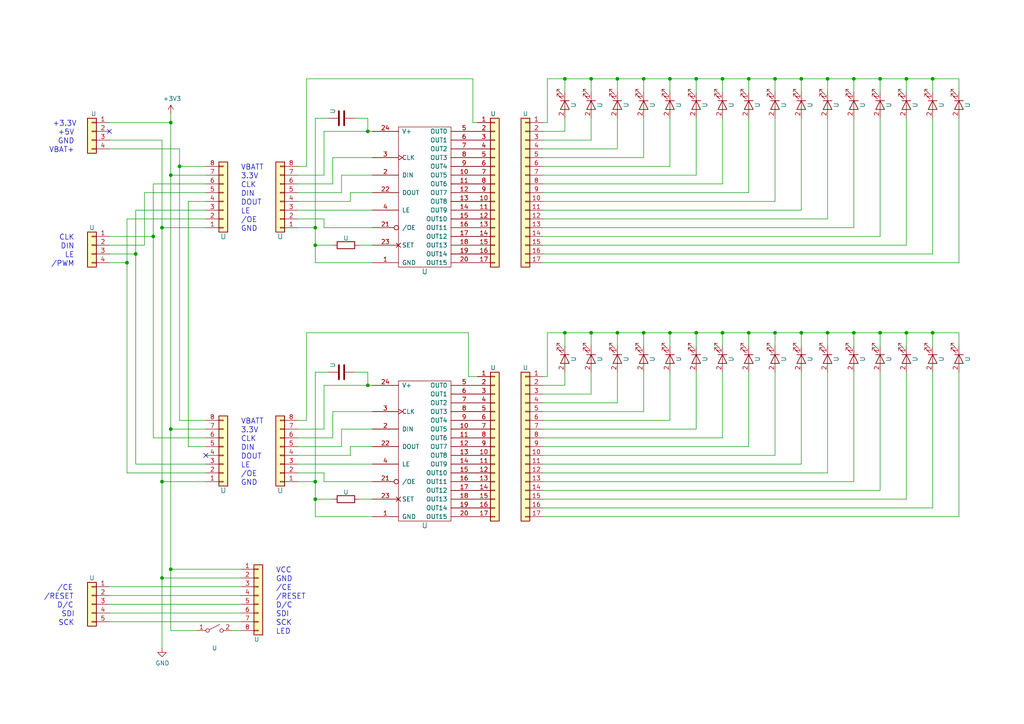
<source format=kicad_sch>
(kicad_sch (version 20220404) (generator eeschema)
  (paper "A4")
  (title_block (title "Multiswitch status LEDs") (date "2020-04-15"))
  (lib_symbols
    (symbol "MAX6969:MAX6969" (pin_names (offset 1.016))
      (property "Reference" "U" (at 0 -21.59 0))
      (property "Value" "MAX6969" (at 0 21.59 0))
      (symbol "MAX6969_0_1"
        (rectangle (start -7.62 20.32) (end 7.62 -20.32))
      )
      (symbol "MAX6969_1_1"
        (pin power_out line (at -15.24 -19.05 0) (length 7.62) (name "GND") (number "1"))
        (pin open_collector line (at 15.24 6.35 180) (length 7.62) (name "OUT5") (number "10"))
        (pin open_collector line (at 15.24 3.81 180) (length 7.62) (name "OUT6") (number "11"))
        (pin open_collector line (at 15.24 1.27 180) (length 7.62) (name "OUT7") (number "12"))
        (pin open_collector line (at 15.24 -1.27 180) (length 7.62) (name "OUT8") (number "13"))
        (pin open_collector line (at 15.24 -3.81 180) (length 7.62) (name "OUT9") (number "14"))
        (pin open_collector line (at 15.24 -6.35 180) (length 7.62) (name "OUT10") (number "15"))
        (pin open_collector line (at 15.24 -8.89 180) (length 7.62) (name "OUT11") (number "16"))
        (pin open_collector line (at 15.24 -11.43 180) (length 7.62) (name "OUT12") (number "17"))
        (pin open_collector line (at 15.24 -13.97 180) (length 7.62) (name "OUT13") (number "18"))
        (pin open_collector line (at 15.24 -16.51 180) (length 7.62) (name "OUT14") (number "19"))
        (pin input line (at -15.24 6.35 0) (length 7.62) (name "DIN") (number "2"))
        (pin open_collector line (at 15.24 -19.05 180) (length 7.62) (name "OUT15") (number "20"))
        (pin input inverted (at -15.24 -8.89 0) (length 7.62) (name "/OE") (number "21"))
        (pin output line (at -15.24 1.27 0) (length 7.62) (name "DOUT") (number "22"))
        (pin passive non_logic (at -15.24 -13.97 0) (length 7.62) (name "SET") (number "23"))
        (pin power_out line (at -15.24 19.05 0) (length 7.62) (name "V+") (number "24"))
        (pin input clock (at -15.24 11.43 0) (length 7.62) (name "CLK") (number "3"))
        (pin input line (at -15.24 -3.81 0) (length 7.62) (name "LE") (number "4"))
        (pin open_collector line (at 15.24 19.05 180) (length 7.62) (name "OUT0") (number "5"))
        (pin open_collector line (at 15.24 16.51 180) (length 7.62) (name "OUT1") (number "6"))
        (pin open_collector line (at 15.24 13.97 180) (length 7.62) (name "OUT2") (number "7"))
        (pin open_collector line (at 15.24 11.43 180) (length 7.62) (name "OUT3") (number "8"))
        (pin open_collector line (at 15.24 8.89 180) (length 7.62) (name "OUT4") (number "9"))
      )
    )
    (symbol "RCTX-rescue:+3.3V-power" (power) (pin_names (offset 0))
      (property "Value" "+3.3V-power" (at 0 3.556 0))
      (symbol "+3.3V-power_0_1"
        (polyline (pts (xy -0.762 1.27) (xy 0 2.54)))
        (polyline (pts (xy 0 0) (xy 0 2.54)))
        (polyline (pts (xy 0 2.54) (xy 0.762 1.27)))
      )
      (symbol "+3.3V-power_1_1"
        (pin power_in line (at 0 0 90) (length 0) hide (name "+3V3") (number "1"))
      )
    )
    (symbol "RCTX-rescue:C-device" (pin_numbers hide) (pin_names (offset 0.254))
      (property "Reference" "C" (at 0.635 2.54 0))
      (property "Value" "C-device" (at 0.635 -2.54 0))
      (symbol "C-device_0_1"
        (polyline (pts (xy -2.032 -0.762) (xy 2.032 -0.762)) (stroke (width 0.508)))
        (polyline (pts (xy -2.032 0.762) (xy 2.032 0.762)) (stroke (width 0.508)))
      )
      (symbol "C-device_1_1"
        (pin passive line (at 0 3.81 270) (length 2.794) (name "~") (number "1"))
        (pin passive line (at 0 -3.81 90) (length 2.794) (name "~") (number "2"))
      )
    )
    (symbol "RCTX-rescue:Conn_01x04-conn" (pin_names (offset 1.016) hide)
      (property "Reference" "J" (at 0 5.08 0))
      (property "Value" "Conn_01x04-conn" (at 0 -7.62 0))
      (symbol "Conn_01x04-conn_1_1"
        (rectangle (start -1.27 -4.953) (end 0 -5.207) (stroke (width 0.1524)))
        (rectangle (start -1.27 -2.413) (end 0 -2.667) (stroke (width 0.1524)))
        (rectangle (start -1.27 0.127) (end 0 -0.127) (stroke (width 0.1524)))
        (rectangle (start -1.27 2.667) (end 0 2.413) (stroke (width 0.1524)))
        (rectangle (start -1.27 3.81) (end 1.27 -6.35) (stroke (width 0.254)) (fill (type background)))
        (pin passive line (at -5.08 2.54 0) (length 3.81) (name "Pin_1") (number "1"))
        (pin passive line (at -5.08 0 0) (length 3.81) (name "Pin_2") (number "2"))
        (pin passive line (at -5.08 -2.54 0) (length 3.81) (name "Pin_3") (number "3"))
        (pin passive line (at -5.08 -5.08 0) (length 3.81) (name "Pin_4") (number "4"))
      )
    )
    (symbol "RCTX-rescue:Conn_01x05-conn" (pin_names (offset 1.016) hide)
      (property "Reference" "J" (at 0 7.62 0))
      (property "Value" "Conn_01x05-conn" (at 0 -7.62 0))
      (symbol "Conn_01x05-conn_1_1"
        (rectangle (start -1.27 -4.953) (end 0 -5.207) (stroke (width 0.1524)))
        (rectangle (start -1.27 -2.413) (end 0 -2.667) (stroke (width 0.1524)))
        (rectangle (start -1.27 0.127) (end 0 -0.127) (stroke (width 0.1524)))
        (rectangle (start -1.27 2.667) (end 0 2.413) (stroke (width 0.1524)))
        (rectangle (start -1.27 5.207) (end 0 4.953) (stroke (width 0.1524)))
        (rectangle (start -1.27 6.35) (end 1.27 -6.35) (stroke (width 0.254)) (fill (type background)))
        (pin passive line (at -5.08 5.08 0) (length 3.81) (name "Pin_1") (number "1"))
        (pin passive line (at -5.08 2.54 0) (length 3.81) (name "Pin_2") (number "2"))
        (pin passive line (at -5.08 0 0) (length 3.81) (name "Pin_3") (number "3"))
        (pin passive line (at -5.08 -2.54 0) (length 3.81) (name "Pin_4") (number "4"))
        (pin passive line (at -5.08 -5.08 0) (length 3.81) (name "Pin_5") (number "5"))
      )
    )
    (symbol "RCTX-rescue:Conn_01x08-conn" (pin_names (offset 1.016) hide)
      (property "Reference" "J" (at 0 10.16 0))
      (property "Value" "Conn_01x08-conn" (at 0 -12.7 0))
      (symbol "Conn_01x08-conn_1_1"
        (rectangle (start -1.27 -10.033) (end 0 -10.287) (stroke (width 0.1524)))
        (rectangle (start -1.27 -7.493) (end 0 -7.747) (stroke (width 0.1524)))
        (rectangle (start -1.27 -4.953) (end 0 -5.207) (stroke (width 0.1524)))
        (rectangle (start -1.27 -2.413) (end 0 -2.667) (stroke (width 0.1524)))
        (rectangle (start -1.27 0.127) (end 0 -0.127) (stroke (width 0.1524)))
        (rectangle (start -1.27 2.667) (end 0 2.413) (stroke (width 0.1524)))
        (rectangle (start -1.27 5.207) (end 0 4.953) (stroke (width 0.1524)))
        (rectangle (start -1.27 7.747) (end 0 7.493) (stroke (width 0.1524)))
        (rectangle (start -1.27 8.89) (end 1.27 -11.43) (stroke (width 0.254)) (fill (type background)))
        (pin passive line (at -5.08 7.62 0) (length 3.81) (name "Pin_1") (number "1"))
        (pin passive line (at -5.08 5.08 0) (length 3.81) (name "Pin_2") (number "2"))
        (pin passive line (at -5.08 2.54 0) (length 3.81) (name "Pin_3") (number "3"))
        (pin passive line (at -5.08 0 0) (length 3.81) (name "Pin_4") (number "4"))
        (pin passive line (at -5.08 -2.54 0) (length 3.81) (name "Pin_5") (number "5"))
        (pin passive line (at -5.08 -5.08 0) (length 3.81) (name "Pin_6") (number "6"))
        (pin passive line (at -5.08 -7.62 0) (length 3.81) (name "Pin_7") (number "7"))
        (pin passive line (at -5.08 -10.16 0) (length 3.81) (name "Pin_8") (number "8"))
      )
    )
    (symbol "RCTX-rescue:Conn_01x17-conn" (pin_names (offset 1.016) hide)
      (property "Reference" "J" (at 0 22.86 0))
      (property "Value" "Conn_01x17-conn" (at 0 -22.86 0))
      (symbol "Conn_01x17-conn_1_1"
        (rectangle (start -1.27 -20.193) (end 0 -20.447) (stroke (width 0.1524)))
        (rectangle (start -1.27 -17.653) (end 0 -17.907) (stroke (width 0.1524)))
        (rectangle (start -1.27 -15.113) (end 0 -15.367) (stroke (width 0.1524)))
        (rectangle (start -1.27 -12.573) (end 0 -12.827) (stroke (width 0.1524)))
        (rectangle (start -1.27 -10.033) (end 0 -10.287) (stroke (width 0.1524)))
        (rectangle (start -1.27 -7.493) (end 0 -7.747) (stroke (width 0.1524)))
        (rectangle (start -1.27 -4.953) (end 0 -5.207) (stroke (width 0.1524)))
        (rectangle (start -1.27 -2.413) (end 0 -2.667) (stroke (width 0.1524)))
        (rectangle (start -1.27 0.127) (end 0 -0.127) (stroke (width 0.1524)))
        (rectangle (start -1.27 2.667) (end 0 2.413) (stroke (width 0.1524)))
        (rectangle (start -1.27 5.207) (end 0 4.953) (stroke (width 0.1524)))
        (rectangle (start -1.27 7.747) (end 0 7.493) (stroke (width 0.1524)))
        (rectangle (start -1.27 10.287) (end 0 10.033) (stroke (width 0.1524)))
        (rectangle (start -1.27 12.827) (end 0 12.573) (stroke (width 0.1524)))
        (rectangle (start -1.27 15.367) (end 0 15.113) (stroke (width 0.1524)))
        (rectangle (start -1.27 17.907) (end 0 17.653) (stroke (width 0.1524)))
        (rectangle (start -1.27 20.447) (end 0 20.193) (stroke (width 0.1524)))
        (rectangle (start -1.27 21.59) (end 1.27 -21.59) (stroke (width 0.254)) (fill (type background)))
        (pin passive line (at -5.08 20.32 0) (length 3.81) (name "Pin_1") (number "1"))
        (pin passive line (at -5.08 -2.54 0) (length 3.81) (name "Pin_10") (number "10"))
        (pin passive line (at -5.08 -5.08 0) (length 3.81) (name "Pin_11") (number "11"))
        (pin passive line (at -5.08 -7.62 0) (length 3.81) (name "Pin_12") (number "12"))
        (pin passive line (at -5.08 -10.16 0) (length 3.81) (name "Pin_13") (number "13"))
        (pin passive line (at -5.08 -12.7 0) (length 3.81) (name "Pin_14") (number "14"))
        (pin passive line (at -5.08 -15.24 0) (length 3.81) (name "Pin_15") (number "15"))
        (pin passive line (at -5.08 -17.78 0) (length 3.81) (name "Pin_16") (number "16"))
        (pin passive line (at -5.08 -20.32 0) (length 3.81) (name "Pin_17") (number "17"))
        (pin passive line (at -5.08 17.78 0) (length 3.81) (name "Pin_2") (number "2"))
        (pin passive line (at -5.08 15.24 0) (length 3.81) (name "Pin_3") (number "3"))
        (pin passive line (at -5.08 12.7 0) (length 3.81) (name "Pin_4") (number "4"))
        (pin passive line (at -5.08 10.16 0) (length 3.81) (name "Pin_5") (number "5"))
        (pin passive line (at -5.08 7.62 0) (length 3.81) (name "Pin_6") (number "6"))
        (pin passive line (at -5.08 5.08 0) (length 3.81) (name "Pin_7") (number "7"))
        (pin passive line (at -5.08 2.54 0) (length 3.81) (name "Pin_8") (number "8"))
        (pin passive line (at -5.08 0 0) (length 3.81) (name "Pin_9") (number "9"))
      )
    )
    (symbol "RCTX-rescue:GND-power" (power) (pin_names (offset 0))
      (property "Value" "GND-power" (at 0 -3.81 0))
      (symbol "GND-power_0_1"
        (polyline (pts (xy 0 0) (xy 0 -1.27) (xy 1.27 -1.27) (xy 0 -2.54) (xy -1.27 -1.27) (xy 0 -1.27)))
      )
      (symbol "GND-power_1_1"
        (pin power_in line (at 0 0 270) (length 0) hide (name "GND") (number "1"))
      )
    )
    (symbol "RCTX-rescue:LED-device" (pin_names (offset 1.016) hide)
      (property "Reference" "D" (at 0 2.54 0))
      (property "Value" "LED-device" (at 0 -2.54 0))
      (symbol "LED-device_0_1"
        (polyline (pts (xy -1.27 -1.27) (xy -1.27 1.27)) (stroke (width 0.2032)))
        (polyline (pts (xy -1.27 0) (xy 1.27 0)))
        (polyline (pts (xy 1.27 -1.27) (xy 1.27 1.27) (xy -1.27 0) (xy 1.27 -1.27)) (stroke (width 0.2032)))
        (polyline (pts (xy -3.048 -0.762) (xy -4.572 -2.286) (xy -3.81 -2.286) (xy -4.572 -2.286) (xy -4.572 -1.524)))
        (polyline (pts (xy -1.778 -0.762) (xy -3.302 -2.286) (xy -2.54 -2.286) (xy -3.302 -2.286) (xy -3.302 -1.524)))
      )
      (symbol "LED-device_1_1"
        (pin passive line (at -3.81 0 0) (length 2.54) (name "K") (number "1"))
        (pin passive line (at 3.81 0 180) (length 2.54) (name "A") (number "2"))
      )
    )
    (symbol "RCTX-rescue:R-device" (pin_numbers hide) (pin_names (offset 0))
      (property "Reference" "R" (at 2.032 0 90))
      (property "Value" "R-device" (at 0 0 90))
      (symbol "R-device_0_1"
        (rectangle (start -1.016 -2.54) (end 1.016 2.54) (stroke (width 0.254)))
      )
      (symbol "R-device_1_1"
        (pin passive line (at 0 3.81 270) (length 1.27) (name "~") (number "1"))
        (pin passive line (at 0 -3.81 90) (length 1.27) (name "~") (number "2"))
      )
    )
    (symbol "RCTX-rescue:SW_SPST-switches" (pin_names (offset 0) hide)
      (property "Reference" "SW" (at 0 3.175 0))
      (property "Value" "SW_SPST-switches" (at 0 -2.54 0))
      (symbol "SW_SPST-switches_0_0"
        (circle (center -2.032 0) (radius 0.508))
        (polyline (pts (xy -1.524 0.254) (xy 1.524 1.778)))
        (circle (center 2.032 0) (radius 0.508))
      )
      (symbol "SW_SPST-switches_1_1"
        (pin passive line (at -5.08 0 0) (length 2.54) (name "A") (number "1"))
        (pin passive line (at 5.08 0 180) (length 2.54) (name "B") (number "2"))
      )
    )
  )
  (junction (at 91.44 139.7))
  (junction (at 232.41 96.52))
  (junction (at 217.17 22.86))
  (junction (at 52.07 48.26))
  (junction (at 49.53 165.1))
  (junction (at 171.45 22.86))
  (junction (at 194.31 22.86))
  (junction (at 186.69 96.52))
  (junction (at 39.37 73.66))
  (junction (at 49.53 124.46))
  (junction (at 247.65 96.52))
  (junction (at 247.65 22.86))
  (junction (at 224.79 22.86))
  (junction (at 46.99 139.7))
  (junction (at 201.93 96.52))
  (junction (at 232.41 22.86))
  (junction (at 49.53 50.8))
  (junction (at 163.83 22.86))
  (junction (at 46.99 66.04))
  (junction (at 255.27 22.86))
  (junction (at 240.03 22.86))
  (junction (at 262.89 22.86))
  (junction (at 106.68 38.1))
  (junction (at 163.83 96.52))
  (junction (at 217.17 96.52))
  (junction (at 91.44 66.04))
  (junction (at 201.93 22.86))
  (junction (at 46.99 167.64))
  (junction (at 171.45 96.52))
  (junction (at 49.53 35.56))
  (junction (at 179.07 96.52))
  (junction (at 224.79 96.52))
  (junction (at 270.51 96.52))
  (junction (at 91.44 144.78))
  (junction (at 262.89 96.52))
  (junction (at 209.55 22.86))
  (junction (at 44.45 68.58))
  (junction (at 194.31 96.52))
  (junction (at 186.69 22.86))
  (junction (at 179.07 22.86))
  (junction (at 270.51 22.86))
  (junction (at 36.83 76.2))
  (junction (at 91.44 71.12))
  (junction (at 255.27 96.52))
  (junction (at 106.68 111.76))
  (junction (at 240.03 96.52))
  (junction (at 209.55 96.52))
  (no_connect (at 59.69 132.08))
  (no_connect (at 31.75 38.1))
  (wire (pts (xy 104.14 144.78) (xy 107.95 144.78)))
  (wire (pts (xy 93.98 137.16) (xy 86.36 137.16)))
  (wire (pts (xy 93.98 137.16) (xy 93.98 139.7)))
  (wire (pts (xy 270.51 147.32) (xy 157.48 147.32)))
  (wire (pts (xy 91.44 149.86) (xy 91.44 144.78)))
  (wire (pts (xy 217.17 96.52) (xy 224.79 96.52)))
  (wire (pts (xy 255.27 96.52) (xy 255.27 100.33)))
  (wire (pts (xy 217.17 22.86) (xy 224.79 22.86)))
  (wire (pts (xy 270.51 73.66) (xy 270.51 34.29)))
  (wire (pts (xy 86.36 60.96) (xy 107.95 60.96)))
  (wire (pts (xy 217.17 96.52) (xy 217.17 100.33)))
  (wire (pts (xy 88.9 96.52) (xy 135.89 96.52)))
  (wire (pts (xy 91.44 107.95) (xy 95.25 107.95)))
  (wire (pts (xy 240.03 96.52) (xy 240.03 100.33)))
  (wire (pts (xy 179.07 116.84) (xy 157.48 116.84)))
  (wire (pts (xy 49.53 50.8) (xy 49.53 35.56)))
  (wire (pts (xy 171.45 96.52) (xy 179.07 96.52)))
  (wire (pts (xy 247.65 22.86) (xy 247.65 26.67)))
  (wire (pts (xy 247.65 96.52) (xy 247.65 100.33)))
  (wire (pts (xy 102.87 34.29) (xy 106.68 34.29)))
  (wire (pts (xy 255.27 68.58) (xy 255.27 34.29)))
  (wire (pts (xy 104.14 71.12) (xy 107.95 71.12)))
  (wire (pts (xy 96.52 127) (xy 96.52 119.38)))
  (wire (pts (xy 217.17 34.29) (xy 217.17 55.88)))
  (wire (pts (xy 86.36 124.46) (xy 93.98 124.46)))
  (wire (pts (xy 52.07 48.26) (xy 52.07 43.18)))
  (wire (pts (xy 278.13 22.86) (xy 278.13 26.67)))
  (wire (pts (xy 59.69 58.42) (xy 54.61 58.42)))
  (wire (pts (xy 88.9 121.92) (xy 86.36 121.92)))
  (wire (pts (xy 96.52 53.34) (xy 96.52 45.72)))
  (wire (pts (xy 157.48 38.1) (xy 163.83 38.1)))
  (wire (pts (xy 99.06 55.88) (xy 86.36 55.88)))
  (wire (pts (xy 201.93 124.46) (xy 201.93 107.95)))
  (wire (pts (xy 157.48 129.54) (xy 217.17 129.54)))
  (wire (pts (xy 31.75 172.72) (xy 69.85 172.72)))
  (wire (pts (xy 99.06 55.88) (xy 99.06 50.8)))
  (wire (pts (xy 171.45 96.52) (xy 171.45 100.33)))
  (wire (pts (xy 157.48 119.38) (xy 186.69 119.38)))
  (wire (pts (xy 179.07 96.52) (xy 186.69 96.52)))
  (wire (pts (xy 39.37 134.62) (xy 59.69 134.62)))
  (wire (pts (xy 209.55 53.34) (xy 209.55 34.29)))
  (wire (pts (xy 255.27 22.86) (xy 262.89 22.86)))
  (wire (pts (xy 86.36 63.5) (xy 93.98 63.5)))
  (wire (pts (xy 52.07 121.92) (xy 52.07 48.26)))
  (wire (pts (xy 217.17 55.88) (xy 157.48 55.88)))
  (wire (pts (xy 278.13 149.86) (xy 278.13 107.95)))
  (wire (pts (xy 186.69 45.72) (xy 157.48 45.72)))
  (wire (pts (xy 163.83 100.33) (xy 163.83 96.52)))
  (wire (pts (xy 163.83 107.95) (xy 163.83 111.76)))
  (wire (pts (xy 201.93 96.52) (xy 201.93 100.33)))
  (wire (pts (xy 59.69 129.54) (xy 54.61 129.54)))
  (wire (pts (xy 157.48 124.46) (xy 201.93 124.46)))
  (wire (pts (xy 224.79 107.95) (xy 224.79 132.08)))
  (wire (pts (xy 59.69 53.34) (xy 44.45 53.34)))
  (wire (pts (xy 158.75 96.52) (xy 163.83 96.52)))
  (wire (pts (xy 240.03 63.5) (xy 240.03 34.29)))
  (wire (pts (xy 91.44 66.04) (xy 91.44 71.12)))
  (wire (pts (xy 46.99 66.04) (xy 46.99 40.64)))
  (wire (pts (xy 255.27 22.86) (xy 255.27 26.67)))
  (wire (pts (xy 57.15 182.88) (xy 49.53 182.88)))
  (wire (pts (xy 59.69 63.5) (xy 36.83 63.5)))
  (wire (pts (xy 86.36 129.54) (xy 99.06 129.54)))
  (wire (pts (xy 179.07 43.18) (xy 179.07 34.29)))
  (wire (pts (xy 255.27 96.52) (xy 262.89 96.52)))
  (wire (pts (xy 31.75 180.34) (xy 69.85 180.34)))
  (wire (pts (xy 107.95 55.88) (xy 101.6 55.88)))
  (wire (pts (xy 157.48 68.58) (xy 255.27 68.58)))
  (wire (pts (xy 86.36 66.04) (xy 91.44 66.04)))
  (wire (pts (xy 52.07 43.18) (xy 31.75 43.18)))
  (wire (pts (xy 46.99 167.64) (xy 69.85 167.64)))
  (wire (pts (xy 209.55 22.86) (xy 217.17 22.86)))
  (wire (pts (xy 36.83 63.5) (xy 36.83 76.2)))
  (wire (pts (xy 157.48 134.62) (xy 232.41 134.62)))
  (wire (pts (xy 39.37 73.66) (xy 39.37 134.62)))
  (wire (pts (xy 86.36 48.26) (xy 88.9 48.26)))
  (wire (pts (xy 240.03 107.95) (xy 240.03 137.16)))
  (wire (pts (xy 224.79 96.52) (xy 232.41 96.52)))
  (wire (pts (xy 137.16 22.86) (xy 137.16 35.56)))
  (wire (pts (xy 93.98 139.7) (xy 107.95 139.7)))
  (wire (pts (xy 157.48 139.7) (xy 247.65 139.7)))
  (wire (pts (xy 232.41 22.86) (xy 232.41 26.67)))
  (wire (pts (xy 163.83 96.52) (xy 171.45 96.52)))
  (wire (pts (xy 240.03 96.52) (xy 247.65 96.52)))
  (wire (pts (xy 49.53 124.46) (xy 59.69 124.46)))
  (wire (pts (xy 93.98 63.5) (xy 93.98 66.04)))
  (wire (pts (xy 201.93 50.8) (xy 157.48 50.8)))
  (wire (pts (xy 209.55 96.52) (xy 217.17 96.52)))
  (wire (pts (xy 39.37 60.96) (xy 59.69 60.96)))
  (wire (pts (xy 106.68 107.95) (xy 102.87 107.95)))
  (wire (pts (xy 93.98 50.8) (xy 86.36 50.8)))
  (wire (pts (xy 278.13 96.52) (xy 278.13 100.33)))
  (wire (pts (xy 270.51 22.86) (xy 270.51 26.67)))
  (wire (pts (xy 240.03 22.86) (xy 247.65 22.86)))
  (wire (pts (xy 157.48 53.34) (xy 209.55 53.34)))
  (wire (pts (xy 91.44 144.78) (xy 96.52 144.78)))
  (wire (pts (xy 209.55 107.95) (xy 209.55 127)))
  (wire (pts (xy 49.53 33.02) (xy 49.53 35.56)))
  (wire (pts (xy 201.93 34.29) (xy 201.93 50.8)))
  (wire (pts (xy 171.45 22.86) (xy 179.07 22.86)))
  (wire (pts (xy 194.31 48.26) (xy 194.31 34.29)))
  (wire (pts (xy 194.31 121.92) (xy 157.48 121.92)))
  (wire (pts (xy 158.75 109.22) (xy 158.75 96.52)))
  (wire (pts (xy 270.51 107.95) (xy 270.51 147.32)))
  (wire (pts (xy 46.99 139.7) (xy 59.69 139.7)))
  (wire (pts (xy 240.03 137.16) (xy 157.48 137.16)))
  (wire (pts (xy 217.17 22.86) (xy 217.17 26.67)))
  (wire (pts (xy 232.41 96.52) (xy 240.03 96.52)))
  (wire (pts (xy 157.48 43.18) (xy 179.07 43.18)))
  (wire (pts (xy 91.44 34.29) (xy 91.44 66.04)))
  (wire (pts (xy 201.93 22.86) (xy 201.93 26.67)))
  (wire (pts (xy 54.61 129.54) (xy 54.61 58.42)))
  (wire (pts (xy 31.75 73.66) (xy 39.37 73.66)))
  (wire (pts (xy 255.27 107.95) (xy 255.27 142.24)))
  (wire (pts (xy 59.69 121.92) (xy 52.07 121.92)))
  (wire (pts (xy 31.75 170.18) (xy 69.85 170.18)))
  (wire (pts (xy 59.69 55.88) (xy 41.91 55.88)))
  (wire (pts (xy 135.89 109.22) (xy 138.43 109.22)))
  (wire (pts (xy 247.65 139.7) (xy 247.65 107.95)))
  (wire (pts (xy 106.68 111.76) (xy 93.98 111.76)))
  (wire (pts (xy 262.89 71.12) (xy 157.48 71.12)))
  (wire (pts (xy 247.65 66.04) (xy 157.48 66.04)))
  (wire (pts (xy 157.48 63.5) (xy 240.03 63.5)))
  (wire (pts (xy 232.41 22.86) (xy 240.03 22.86)))
  (wire (pts (xy 247.65 96.52) (xy 255.27 96.52)))
  (wire (pts (xy 158.75 22.86) (xy 163.83 22.86)))
  (wire (pts (xy 224.79 96.52) (xy 224.79 100.33)))
  (wire (pts (xy 93.98 50.8) (xy 93.98 38.1)))
  (wire (pts (xy 224.79 22.86) (xy 224.79 26.67)))
  (wire (pts (xy 44.45 53.34) (xy 44.45 68.58)))
  (wire (pts (xy 255.27 142.24) (xy 157.48 142.24)))
  (wire (pts (xy 278.13 34.29) (xy 278.13 76.2)))
  (wire (pts (xy 69.85 182.88) (xy 67.31 182.88)))
  (wire (pts (xy 163.83 38.1) (xy 163.83 34.29)))
  (wire (pts (xy 157.48 109.22) (xy 158.75 109.22)))
  (wire (pts (xy 270.51 22.86) (xy 278.13 22.86)))
  (wire (pts (xy 93.98 38.1) (xy 106.68 38.1)))
  (wire (pts (xy 99.06 129.54) (xy 99.06 124.46)))
  (wire (pts (xy 106.68 34.29) (xy 106.68 38.1)))
  (wire (pts (xy 171.45 22.86) (xy 171.45 26.67)))
  (wire (pts (xy 59.69 48.26) (xy 52.07 48.26)))
  (wire (pts (xy 186.69 22.86) (xy 186.69 26.67)))
  (wire (pts (xy 171.45 40.64) (xy 157.48 40.64)))
  (wire (pts (xy 270.51 96.52) (xy 278.13 96.52)))
  (wire (pts (xy 101.6 58.42) (xy 101.6 55.88)))
  (wire (pts (xy 194.31 22.86) (xy 201.93 22.86)))
  (wire (pts (xy 41.91 71.12) (xy 31.75 71.12)))
  (wire (pts (xy 31.75 76.2) (xy 36.83 76.2)))
  (wire (pts (xy 91.44 139.7) (xy 86.36 139.7)))
  (wire (pts (xy 157.48 149.86) (xy 278.13 149.86)))
  (wire (pts (xy 262.89 96.52) (xy 262.89 100.33)))
  (wire (pts (xy 46.99 167.64) (xy 46.99 187.96)))
  (wire (pts (xy 157.48 73.66) (xy 270.51 73.66)))
  (wire (pts (xy 247.65 34.29) (xy 247.65 66.04)))
  (wire (pts (xy 88.9 22.86) (xy 137.16 22.86)))
  (wire (pts (xy 232.41 134.62) (xy 232.41 107.95)))
  (wire (pts (xy 201.93 96.52) (xy 209.55 96.52)))
  (wire (pts (xy 224.79 132.08) (xy 157.48 132.08)))
  (wire (pts (xy 201.93 22.86) (xy 209.55 22.86)))
  (wire (pts (xy 88.9 121.92) (xy 88.9 96.52)))
  (wire (pts (xy 194.31 22.86) (xy 194.31 26.67)))
  (wire (pts (xy 217.17 129.54) (xy 217.17 107.95)))
  (wire (pts (xy 31.75 68.58) (xy 44.45 68.58)))
  (wire (pts (xy 179.07 22.86) (xy 179.07 26.67)))
  (wire (pts (xy 163.83 26.67) (xy 163.83 22.86)))
  (wire (pts (xy 270.51 96.52) (xy 270.51 100.33)))
  (wire (pts (xy 39.37 60.96) (xy 39.37 73.66)))
  (wire (pts (xy 46.99 66.04) (xy 59.69 66.04)))
  (wire (pts (xy 49.53 50.8) (xy 49.53 124.46)))
  (wire (pts (xy 46.99 139.7) (xy 46.99 167.64)))
  (wire (pts (xy 36.83 137.16) (xy 59.69 137.16)))
  (wire (pts (xy 93.98 124.46) (xy 93.98 111.76)))
  (wire (pts (xy 99.06 50.8) (xy 107.95 50.8)))
  (wire (pts (xy 262.89 34.29) (xy 262.89 71.12)))
  (wire (pts (xy 46.99 66.04) (xy 46.99 139.7)))
  (wire (pts (xy 209.55 96.52) (xy 209.55 100.33)))
  (wire (pts (xy 96.52 71.12) (xy 91.44 71.12)))
  (wire (pts (xy 186.69 119.38) (xy 186.69 107.95)))
  (wire (pts (xy 46.99 40.64) (xy 31.75 40.64)))
  (wire (pts (xy 49.53 50.8) (xy 59.69 50.8)))
  (wire (pts (xy 171.45 114.3) (xy 171.45 107.95)))
  (wire (pts (xy 59.69 127) (xy 44.45 127)))
  (wire (pts (xy 163.83 22.86) (xy 171.45 22.86)))
  (wire (pts (xy 171.45 34.29) (xy 171.45 40.64)))
  (wire (pts (xy 209.55 127) (xy 157.48 127)))
  (wire (pts (xy 224.79 22.86) (xy 232.41 22.86)))
  (wire (pts (xy 86.36 134.62) (xy 107.95 134.62)))
  (wire (pts (xy 101.6 132.08) (xy 101.6 129.54)))
  (wire (pts (xy 49.53 165.1) (xy 69.85 165.1)))
  (wire (pts (xy 41.91 55.88) (xy 41.91 71.12)))
  (wire (pts (xy 49.53 165.1) (xy 49.53 124.46)))
  (wire (pts (xy 158.75 35.56) (xy 158.75 22.86)))
  (wire (pts (xy 86.36 53.34) (xy 96.52 53.34)))
  (wire (pts (xy 107.95 124.46) (xy 99.06 124.46)))
  (wire (pts (xy 44.45 68.58) (xy 44.45 127)))
  (wire (pts (xy 232.41 34.29) (xy 232.41 60.96)))
  (wire (pts (xy 240.03 22.86) (xy 240.03 26.67)))
  (wire (pts (xy 107.95 66.04) (xy 93.98 66.04)))
  (wire (pts (xy 179.07 107.95) (xy 179.07 116.84)))
  (wire (pts (xy 91.44 71.12) (xy 91.44 76.2)))
  (wire (pts (xy 209.55 22.86) (xy 209.55 26.67)))
  (wire (pts (xy 247.65 22.86) (xy 255.27 22.86)))
  (wire (pts (xy 107.95 111.76) (xy 106.68 111.76)))
  (wire (pts (xy 86.36 58.42) (xy 101.6 58.42)))
  (wire (pts (xy 106.68 38.1) (xy 107.95 38.1)))
  (wire (pts (xy 194.31 107.95) (xy 194.31 121.92)))
  (wire (pts (xy 179.07 22.86) (xy 186.69 22.86)))
  (wire (pts (xy 107.95 149.86) (xy 91.44 149.86)))
  (wire (pts (xy 88.9 48.26) (xy 88.9 22.86)))
  (wire (pts (xy 163.83 111.76) (xy 157.48 111.76)))
  (wire (pts (xy 186.69 96.52) (xy 186.69 100.33)))
  (wire (pts (xy 262.89 144.78) (xy 262.89 107.95)))
  (wire (pts (xy 107.95 45.72) (xy 96.52 45.72)))
  (wire (pts (xy 232.41 96.52) (xy 232.41 100.33)))
  (wire (pts (xy 31.75 175.26) (xy 69.85 175.26)))
  (wire (pts (xy 262.89 22.86) (xy 262.89 26.67)))
  (wire (pts (xy 179.07 96.52) (xy 179.07 100.33)))
  (wire (pts (xy 96.52 127) (xy 86.36 127)))
  (wire (pts (xy 101.6 129.54) (xy 107.95 129.54)))
  (wire (pts (xy 186.69 22.86) (xy 194.31 22.86)))
  (wire (pts (xy 262.89 22.86) (xy 270.51 22.86)))
  (wire (pts (xy 186.69 34.29) (xy 186.69 45.72)))
  (wire (pts (xy 157.48 35.56) (xy 158.75 35.56)))
  (wire (pts (xy 262.89 96.52) (xy 270.51 96.52)))
  (wire (pts (xy 157.48 114.3) (xy 171.45 114.3)))
  (wire (pts (xy 157.48 48.26) (xy 194.31 48.26)))
  (wire (pts (xy 31.75 177.8) (xy 69.85 177.8)))
  (wire (pts (xy 36.83 76.2) (xy 36.83 137.16)))
  (wire (pts (xy 224.79 58.42) (xy 224.79 34.29)))
  (wire (pts (xy 186.69 96.52) (xy 194.31 96.52)))
  (wire (pts (xy 278.13 76.2) (xy 157.48 76.2)))
  (wire (pts (xy 101.6 132.08) (xy 86.36 132.08)))
  (wire (pts (xy 194.31 96.52) (xy 194.31 100.33)))
  (wire (pts (xy 91.44 34.29) (xy 95.25 34.29)))
  (wire (pts (xy 96.52 119.38) (xy 107.95 119.38)))
  (wire (pts (xy 91.44 139.7) (xy 91.44 107.95)))
  (wire (pts (xy 135.89 96.52) (xy 135.89 109.22)))
  (wire (pts (xy 49.53 182.88) (xy 49.53 165.1)))
  (wire (pts (xy 91.44 76.2) (xy 107.95 76.2)))
  (wire (pts (xy 137.16 35.56) (xy 138.43 35.56)))
  (wire (pts (xy 91.44 144.78) (xy 91.44 139.7)))
  (wire (pts (xy 157.48 58.42) (xy 224.79 58.42)))
  (wire (pts (xy 157.48 144.78) (xy 262.89 144.78)))
  (wire (pts (xy 194.31 96.52) (xy 201.93 96.52)))
  (wire (pts (xy 49.53 35.56) (xy 31.75 35.56)))
  (wire (pts (xy 232.41 60.96) (xy 157.48 60.96)))
  (wire (pts (xy 106.68 111.76) (xy 106.68 107.95)))
  (text "DOUT" (at 69.85 133.35 0) (effects (font (size 1.524 1.524)) (justify left bottom)))
  (text "DIN" (at 21.59 72.39 0) (effects (font (size 1.524 1.524)) (justify right bottom)))
  (text "CLK" (at 69.85 54.61 0) (effects (font (size 1.524 1.524)) (justify left bottom)))
  (text "VBATT" (at 69.85 123.19 0) (effects (font (size 1.524 1.524)) (justify left bottom)))
  (text "SCK" (at 21.59 181.61 0) (effects (font (size 1.524 1.524)) (justify right bottom)))
  (text "SDI" (at 17.78 179.07 0) (effects (font (size 1.524 1.524)) (justify left bottom)))
  (text "LE" (at 69.85 62.23 0) (effects (font (size 1.524 1.524)) (justify left bottom)))
  (text "/RESET" (at 12.7 173.99 0) (effects (font (size 1.524 1.524)) (justify left bottom)))
  (text "LED" (at 80.01 184.15 0) (effects (font (size 1.524 1.524)) (justify left bottom)))
  (text "GND" (at 21.59 41.91 0) (effects (font (size 1.524 1.524)) (justify right bottom)))
  (text "/CE" (at 16.51 171.45 0) (effects (font (size 1.524 1.524)) (justify left bottom)))
  (text "VBATT" (at 69.85 49.53 0) (effects (font (size 1.524 1.524)) (justify left bottom)))
  (text "DIN" (at 69.85 130.81 0) (effects (font (size 1.524 1.524)) (justify left bottom)))
  (text "LE" (at 69.85 135.89 0) (effects (font (size 1.524 1.524)) (justify left bottom)))
  (text "GND" (at 80.01 168.91 0) (effects (font (size 1.524 1.524)) (justify left bottom)))
  (text "+3.3V" (at 15.24 36.83 0) (effects (font (size 1.524 1.524)) (justify left bottom)))
  (text "GND" (at 69.85 67.31 0) (effects (font (size 1.524 1.524)) (justify left bottom)))
  (text "/OE" (at 69.85 138.43 0) (effects (font (size 1.524 1.524)) (justify left bottom)))
  (text "D/C" (at 80.01 176.53 0) (effects (font (size 1.524 1.524)) (justify left bottom)))
  (text "/OE" (at 69.85 64.77 0) (effects (font (size 1.524 1.524)) (justify left bottom)))
  (text "3.3V" (at 69.85 125.73 0) (effects (font (size 1.524 1.524)) (justify left bottom)))
  (text "VBAT+" (at 21.59 44.45 0) (effects (font (size 1.524 1.524)) (justify right bottom)))
  (text "DIN" (at 69.85 57.15 0) (effects (font (size 1.524 1.524)) (justify left bottom)))
  (text "/CE" (at 80.01 171.45 0) (effects (font (size 1.524 1.524)) (justify left bottom)))
  (text "SDI" (at 80.01 179.07 0) (effects (font (size 1.524 1.524)) (justify left bottom)))
  (text "+5V" (at 21.59 39.37 0) (effects (font (size 1.524 1.524)) (justify right bottom)))
  (text "3.3V" (at 69.85 52.07 0) (effects (font (size 1.524 1.524)) (justify left bottom)))
  (text "CLK" (at 21.59 69.85 0) (effects (font (size 1.524 1.524)) (justify right bottom)))
  (text "/RESET" (at 80.01 173.99 0) (effects (font (size 1.524 1.524)) (justify left bottom)))
  (text "/PWM" (at 21.59 77.47 0) (effects (font (size 1.524 1.524)) (justify right bottom)))
  (text "GND" (at 69.85 140.97 0) (effects (font (size 1.524 1.524)) (justify left bottom)))
  (text "LE" (at 21.59 74.93 0) (effects (font (size 1.524 1.524)) (justify right bottom)))
  (text "CLK" (at 69.85 128.27 0) (effects (font (size 1.524 1.524)) (justify left bottom)))
  (text "SCK" (at 80.01 181.61 0) (effects (font (size 1.524 1.524)) (justify left bottom)))
  (text "D/C" (at 16.51 176.53 0) (effects (font (size 1.524 1.524)) (justify left bottom)))
  (text "VCC" (at 80.01 166.37 0) (effects (font (size 1.524 1.524)) (justify left bottom)))
  (text "DOUT" (at 69.85 59.69 0) (effects (font (size 1.524 1.524)) (justify left bottom)))
  (symbol (lib_id "RCTX-rescue:R-device") (at 100.33 144.78 90) (unit 1)
    (default_instance (reference "U") (unit 1) (value "") (footprint ""))
    (property "Reference" "U" (at 100.33 142.748 90))
  )
  (symbol (lib_id "MAX6969:MAX6969") (at 123.19 130.81 0) (unit 1)
    (default_instance (reference "U") (unit 1) (value "") (footprint ""))
    (property "Reference" "U" (at 123.19 152.4 0) (effects (font (size 1.524 1.524))))
  )
  (symbol (lib_id "RCTX-rescue:LED-device") (at 224.79 104.14 270) (unit 1)
    (default_instance (reference "U") (unit 1) (value "") (footprint ""))
    (property "Reference" "U" (at 227.33 104.14 0))
  )
  (symbol (lib_id "RCTX-rescue:LED-device") (at 232.41 104.14 270) (unit 1)
    (default_instance (reference "U") (unit 1) (value "") (footprint ""))
    (property "Reference" "U" (at 234.95 104.14 0))
  )
  (symbol (lib_id "RCTX-rescue:LED-device") (at 240.03 104.14 270) (unit 1)
    (default_instance (reference "U") (unit 1) (value "") (footprint ""))
    (property "Reference" "U" (at 242.57 104.14 0))
  )
  (symbol (lib_id "RCTX-rescue:LED-device") (at 247.65 104.14 270) (unit 1)
    (default_instance (reference "U") (unit 1) (value "") (footprint ""))
    (property "Reference" "U" (at 250.19 104.14 0))
  )
  (symbol (lib_id "RCTX-rescue:LED-device") (at 255.27 104.14 270) (unit 1)
    (default_instance (reference "U") (unit 1) (value "") (footprint ""))
    (property "Reference" "U" (at 257.81 104.14 0))
  )
  (symbol (lib_id "RCTX-rescue:LED-device") (at 262.89 104.14 270) (unit 1)
    (default_instance (reference "U") (unit 1) (value "") (footprint ""))
    (property "Reference" "U" (at 265.43 104.14 0))
  )
  (symbol (lib_id "RCTX-rescue:LED-device") (at 270.51 104.14 270) (unit 1)
    (default_instance (reference "U") (unit 1) (value "") (footprint ""))
    (property "Reference" "U" (at 273.05 104.14 0))
  )
  (symbol (lib_id "RCTX-rescue:LED-device") (at 278.13 104.14 270) (unit 1)
    (default_instance (reference "U") (unit 1) (value "") (footprint ""))
    (property "Reference" "U" (at 280.67 104.14 0))
  )
  (symbol (lib_id "RCTX-rescue:LED-device") (at 217.17 104.14 270) (unit 1)
    (default_instance (reference "U") (unit 1) (value "") (footprint ""))
    (property "Reference" "U" (at 219.71 104.14 0))
  )
  (symbol (lib_id "RCTX-rescue:LED-device") (at 209.55 104.14 270) (unit 1)
    (default_instance (reference "U") (unit 1) (value "") (footprint ""))
    (property "Reference" "U" (at 212.09 104.14 0))
  )
  (symbol (lib_id "RCTX-rescue:LED-device") (at 201.93 104.14 270) (unit 1)
    (default_instance (reference "U") (unit 1) (value "") (footprint ""))
    (property "Reference" "U" (at 204.47 104.14 0))
  )
  (symbol (lib_id "RCTX-rescue:LED-device") (at 194.31 104.14 270) (unit 1)
    (default_instance (reference "U") (unit 1) (value "") (footprint ""))
    (property "Reference" "U" (at 196.85 104.14 0))
  )
  (symbol (lib_id "RCTX-rescue:LED-device") (at 186.69 104.14 270) (unit 1)
    (default_instance (reference "U") (unit 1) (value "") (footprint ""))
    (property "Reference" "U" (at 189.23 104.14 0))
  )
  (symbol (lib_id "RCTX-rescue:LED-device") (at 179.07 104.14 270) (unit 1)
    (default_instance (reference "U") (unit 1) (value "") (footprint ""))
    (property "Reference" "U" (at 181.61 104.14 0))
  )
  (symbol (lib_id "RCTX-rescue:LED-device") (at 171.45 104.14 270) (unit 1)
    (default_instance (reference "U") (unit 1) (value "") (footprint ""))
    (property "Reference" "U" (at 173.99 104.14 0))
  )
  (symbol (lib_id "RCTX-rescue:LED-device") (at 163.83 104.14 270) (unit 1)
    (default_instance (reference "U") (unit 1) (value "") (footprint ""))
    (property "Reference" "U" (at 166.37 104.14 0))
  )
  (symbol (lib_id "RCTX-rescue:Conn_01x08-conn") (at 81.28 132.08 180) (unit 1)
    (default_instance (reference "U") (unit 1) (value "") (footprint ""))
    (property "Reference" "U" (at 81.28 142.24 0) (effects (font (size 1.524 1.524))))
  )
  (symbol (lib_id "RCTX-rescue:Conn_01x08-conn") (at 64.77 132.08 0) (mirror x) (unit 1)
    (default_instance (reference "U") (unit 1) (value "") (footprint ""))
    (property "Reference" "U" (at 64.77 142.24 0) (effects (font (size 1.524 1.524))))
  )
  (symbol (lib_id "RCTX-rescue:Conn_01x08-conn") (at 64.77 58.42 0) (mirror x) (unit 1)
    (default_instance (reference "U") (unit 1) (value "") (footprint ""))
    (property "Reference" "U" (at 64.77 68.58 0) (effects (font (size 1.524 1.524))))
  )
  (symbol (lib_id "RCTX-rescue:Conn_01x08-conn") (at 81.28 58.42 180) (unit 1)
    (default_instance (reference "U") (unit 1) (value "") (footprint ""))
    (property "Reference" "U" (at 81.28 68.58 0) (effects (font (size 1.524 1.524))))
  )
  (symbol (lib_id "RCTX-rescue:LED-device") (at 163.83 30.48 270) (unit 1)
    (default_instance (reference "U") (unit 1) (value "") (footprint ""))
    (property "Reference" "U" (at 166.37 30.48 0))
  )
  (symbol (lib_id "RCTX-rescue:LED-device") (at 171.45 30.48 270) (unit 1)
    (default_instance (reference "U") (unit 1) (value "") (footprint ""))
    (property "Reference" "U" (at 173.99 30.48 0))
  )
  (symbol (lib_id "RCTX-rescue:LED-device") (at 179.07 30.48 270) (unit 1)
    (default_instance (reference "U") (unit 1) (value "") (footprint ""))
    (property "Reference" "U" (at 181.61 30.48 0))
  )
  (symbol (lib_id "RCTX-rescue:LED-device") (at 186.69 30.48 270) (unit 1)
    (default_instance (reference "U") (unit 1) (value "") (footprint ""))
    (property "Reference" "U" (at 189.23 30.48 0))
  )
  (symbol (lib_id "RCTX-rescue:LED-device") (at 194.31 30.48 270) (unit 1)
    (default_instance (reference "U") (unit 1) (value "") (footprint ""))
    (property "Reference" "U" (at 196.85 30.48 0))
  )
  (symbol (lib_id "RCTX-rescue:LED-device") (at 201.93 30.48 270) (unit 1)
    (default_instance (reference "U") (unit 1) (value "") (footprint ""))
    (property "Reference" "U" (at 204.47 30.48 0))
  )
  (symbol (lib_id "RCTX-rescue:LED-device") (at 209.55 30.48 270) (unit 1)
    (default_instance (reference "U") (unit 1) (value "") (footprint ""))
    (property "Reference" "U" (at 212.09 30.48 0))
  )
  (symbol (lib_id "RCTX-rescue:LED-device") (at 217.17 30.48 270) (unit 1)
    (default_instance (reference "U") (unit 1) (value "") (footprint ""))
    (property "Reference" "U" (at 219.71 30.48 0))
  )
  (symbol (lib_id "RCTX-rescue:LED-device") (at 278.13 30.48 270) (unit 1)
    (default_instance (reference "U") (unit 1) (value "") (footprint ""))
    (property "Reference" "U" (at 280.67 30.48 0))
  )
  (symbol (lib_id "RCTX-rescue:LED-device") (at 270.51 30.48 270) (unit 1)
    (default_instance (reference "U") (unit 1) (value "") (footprint ""))
    (property "Reference" "U" (at 273.05 30.48 0))
  )
  (symbol (lib_id "RCTX-rescue:LED-device") (at 262.89 30.48 270) (unit 1)
    (default_instance (reference "U") (unit 1) (value "") (footprint ""))
    (property "Reference" "U" (at 265.43 30.48 0))
  )
  (symbol (lib_id "RCTX-rescue:LED-device") (at 255.27 30.48 270) (unit 1)
    (default_instance (reference "U") (unit 1) (value "") (footprint ""))
    (property "Reference" "U" (at 257.81 30.48 0))
  )
  (symbol (lib_id "RCTX-rescue:LED-device") (at 247.65 30.48 270) (unit 1)
    (default_instance (reference "U") (unit 1) (value "") (footprint ""))
    (property "Reference" "U" (at 250.19 30.48 0))
  )
  (symbol (lib_id "RCTX-rescue:LED-device") (at 240.03 30.48 270) (unit 1)
    (default_instance (reference "U") (unit 1) (value "") (footprint ""))
    (property "Reference" "U" (at 242.57 30.48 0))
  )
  (symbol (lib_id "RCTX-rescue:LED-device") (at 232.41 30.48 270) (unit 1)
    (default_instance (reference "U") (unit 1) (value "") (footprint ""))
    (property "Reference" "U" (at 234.95 30.48 0))
  )
  (symbol (lib_id "RCTX-rescue:LED-device") (at 224.79 30.48 270) (unit 1)
    (default_instance (reference "U") (unit 1) (value "") (footprint ""))
    (property "Reference" "U" (at 227.33 30.48 0))
  )
  (symbol (lib_id "MAX6969:MAX6969") (at 123.19 57.15 0) (unit 1)
    (default_instance (reference "U") (unit 1) (value "") (footprint ""))
    (property "Reference" "U" (at 123.19 78.74 0) (effects (font (size 1.524 1.524))))
  )
  (symbol (lib_id "RCTX-rescue:R-device") (at 100.33 71.12 90) (unit 1)
    (default_instance (reference "U") (unit 1) (value "") (footprint ""))
    (property "Reference" "U" (at 100.33 69.088 90))
  )
  (symbol (lib_id "RCTX-rescue:C-device") (at 99.06 34.29 90) (unit 1)
    (default_instance (reference "U") (unit 1) (value "") (footprint ""))
    (property "Reference" "U" (at 96.52 33.02 0) (effects (justify left)))
  )
  (symbol (lib_id "RCTX-rescue:C-device") (at 99.06 107.95 90) (unit 1)
    (default_instance (reference "U") (unit 1) (value "") (footprint ""))
    (property "Reference" "U" (at 96.52 106.68 0) (effects (justify left)))
  )
  (symbol (lib_id "RCTX-rescue:Conn_01x17-conn") (at 143.51 55.88 0) (unit 1)
    (default_instance (reference "U") (unit 1) (value "") (footprint ""))
    (property "Reference" "U" (at 142.24 33.02 0) (effects (justify left)))
  )
  (symbol (lib_id "RCTX-rescue:Conn_01x17-conn") (at 143.51 129.54 0) (unit 1)
    (default_instance (reference "U") (unit 1) (value "") (footprint ""))
    (property "Reference" "U" (at 142.24 106.68 0) (effects (justify left)))
  )
  (symbol (lib_id "RCTX-rescue:Conn_01x17-conn") (at 152.4 129.54 0) (mirror y) (unit 1)
    (default_instance (reference "U") (unit 1) (value "") (footprint ""))
    (property "Reference" "U" (at 152.4 106.68 0))
  )
  (symbol (lib_id "RCTX-rescue:Conn_01x17-conn") (at 152.4 55.88 0) (mirror y) (unit 1)
    (default_instance (reference "U") (unit 1) (value "") (footprint ""))
    (property "Reference" "U" (at 152.4 33.02 0))
  )
  (symbol (lib_id "RCTX-rescue:Conn_01x08-conn") (at 74.93 172.72 0) (unit 1)
    (default_instance (reference "U") (unit 1) (value "") (footprint ""))
    (property "Reference" "U" (at 73.66 185.42 0) (effects (justify left)))
  )
  (symbol (lib_id "RCTX-rescue:SW_SPST-switches") (at 62.23 182.88 0) (unit 1)
    (default_instance (reference "U") (unit 1) (value "") (footprint ""))
    (property "Reference" "U" (at 62.23 187.96 0))
  )
  (symbol (lib_id "RCTX-rescue:Conn_01x04-conn") (at 26.67 71.12 0) (mirror y) (unit 1)
    (default_instance (reference "U") (unit 1) (value "") (footprint ""))
    (property "Reference" "U" (at 26.67 66.04 0))
  )
  (symbol (lib_id "RCTX-rescue:Conn_01x05-conn") (at 26.67 175.26 0) (mirror y) (unit 1)
    (default_instance (reference "U") (unit 1) (value "") (footprint ""))
    (property "Reference" "U" (at 26.67 167.64 0))
  )
  (symbol (lib_id "RCTX-rescue:Conn_01x04-conn") (at 26.67 38.1 0) (mirror y) (unit 1)
    (default_instance (reference "U") (unit 1) (value "") (footprint ""))
    (property "Reference" "U" (at 27.94 33.02 0) (effects (justify left)))
  )
  (symbol (lib_id "RCTX-rescue:+3.3V-power") (at 49.53 33.02 0) (unit 1)
    (default_instance (reference "U") (unit 1) (value "") (footprint ""))
    (property "Reference" "U" (effects hide))
  )
  (symbol (lib_id "RCTX-rescue:GND-power") (at 46.99 187.96 0) (unit 1)
    (default_instance (reference "U") (unit 1) (value "") (footprint ""))
    (property "Reference" "U" (effects hide))
  )
)
</source>
